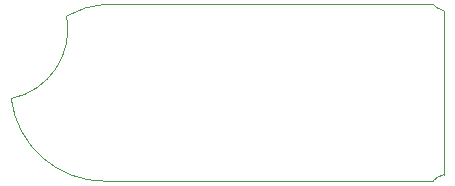
<source format=gbr>
%TF.GenerationSoftware,KiCad,Pcbnew,(7.0.0)*%
%TF.CreationDate,2023-03-08T14:18:51-08:00*%
%TF.ProjectId,ovrdrive,6f767264-7269-4766-952e-6b696361645f,rev?*%
%TF.SameCoordinates,Original*%
%TF.FileFunction,Profile,NP*%
%FSLAX46Y46*%
G04 Gerber Fmt 4.6, Leading zero omitted, Abs format (unit mm)*
G04 Created by KiCad (PCBNEW (7.0.0)) date 2023-03-08 14:18:51*
%MOMM*%
%LPD*%
G01*
G04 APERTURE LIST*
%TA.AperFunction,Profile*%
%ADD10C,0.050000*%
%TD*%
G04 APERTURE END LIST*
D10*
X115799984Y-96623739D02*
G75*
G03*
X112499998Y-97623723I615516J-7976261D01*
G01*
X115800000Y-111623719D02*
X143484463Y-111623719D01*
X107800047Y-104623716D02*
G75*
G03*
X115800000Y-111623718I7937253J999716D01*
G01*
X144434511Y-111073730D02*
G75*
G03*
X143484517Y-111623715I325889J-1658370D01*
G01*
X107799999Y-104623719D02*
G75*
G03*
X112500011Y-97623759I-1194509J5879889D01*
G01*
X143484520Y-96623709D02*
G75*
G03*
X144434512Y-97173717I1275880J1108309D01*
G01*
X144434463Y-97173719D02*
X144434463Y-111073719D01*
X115800000Y-96623719D02*
X143484463Y-96623719D01*
M02*

</source>
